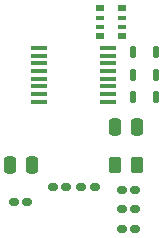
<source format=gbr>
%TF.GenerationSoftware,KiCad,Pcbnew,(6.0.5-0)*%
%TF.CreationDate,2022-12-27T15:40:18-08:00*%
%TF.ProjectId,talonsrx-enc-aeat-6600,74616c6f-6e73-4727-982d-656e632d6165,rev?*%
%TF.SameCoordinates,PX9157080PY6d01460*%
%TF.FileFunction,Paste,Bot*%
%TF.FilePolarity,Positive*%
%FSLAX46Y46*%
G04 Gerber Fmt 4.6, Leading zero omitted, Abs format (unit mm)*
G04 Created by KiCad (PCBNEW (6.0.5-0)) date 2022-12-27 15:40:18*
%MOMM*%
%LPD*%
G01*
G04 APERTURE LIST*
G04 Aperture macros list*
%AMRoundRect*
0 Rectangle with rounded corners*
0 $1 Rounding radius*
0 $2 $3 $4 $5 $6 $7 $8 $9 X,Y pos of 4 corners*
0 Add a 4 corners polygon primitive as box body*
4,1,4,$2,$3,$4,$5,$6,$7,$8,$9,$2,$3,0*
0 Add four circle primitives for the rounded corners*
1,1,$1+$1,$2,$3*
1,1,$1+$1,$4,$5*
1,1,$1+$1,$6,$7*
1,1,$1+$1,$8,$9*
0 Add four rect primitives between the rounded corners*
20,1,$1+$1,$2,$3,$4,$5,0*
20,1,$1+$1,$4,$5,$6,$7,0*
20,1,$1+$1,$6,$7,$8,$9,0*
20,1,$1+$1,$8,$9,$2,$3,0*%
G04 Aperture macros list end*
%ADD10RoundRect,0.160000X-0.222500X-0.160000X0.222500X-0.160000X0.222500X0.160000X-0.222500X0.160000X0*%
%ADD11RoundRect,0.160000X0.222500X0.160000X-0.222500X0.160000X-0.222500X-0.160000X0.222500X-0.160000X0*%
%ADD12RoundRect,0.250000X-0.250000X-0.475000X0.250000X-0.475000X0.250000X0.475000X-0.250000X0.475000X0*%
%ADD13R,1.475000X0.450000*%
%ADD14R,0.800000X0.500000*%
%ADD15R,0.800000X0.400000*%
%ADD16RoundRect,0.250000X0.250000X0.475000X-0.250000X0.475000X-0.250000X-0.475000X0.250000X-0.475000X0*%
%ADD17RoundRect,0.143750X-0.143750X-0.331250X0.143750X-0.331250X0.143750X0.331250X-0.143750X0.331250X0*%
%ADD18RoundRect,0.250000X-0.262500X-0.450000X0.262500X-0.450000X0.262500X0.450000X-0.262500X0.450000X0*%
G04 APERTURE END LIST*
D10*
%TO.C,D9*%
X13145500Y2540000D03*
X12000500Y2540000D03*
%TD*%
D11*
%TO.C,D8*%
X4001500Y4826000D03*
X2856500Y4826000D03*
%TD*%
D10*
%TO.C,D7*%
X12000500Y4191000D03*
X13145500Y4191000D03*
%TD*%
%TO.C,D6*%
X6158500Y6096000D03*
X7303500Y6096000D03*
%TD*%
D11*
%TO.C,D5*%
X9716500Y6096000D03*
X8571500Y6096000D03*
%TD*%
D10*
%TO.C,D4*%
X12000500Y5842000D03*
X13145500Y5842000D03*
%TD*%
D12*
%TO.C,C2*%
X11432500Y11112500D03*
X13332500Y11112500D03*
%TD*%
D13*
%TO.C,U1*%
X4999500Y17832500D03*
X4999500Y17182500D03*
X4999500Y16532500D03*
X4999500Y15882500D03*
X4999500Y15232500D03*
X4999500Y14582500D03*
X4999500Y13932500D03*
X4999500Y13282500D03*
X10875500Y13282500D03*
X10875500Y13932500D03*
X10875500Y14582500D03*
X10875500Y15232500D03*
X10875500Y15882500D03*
X10875500Y16532500D03*
X10875500Y17182500D03*
X10875500Y17832500D03*
%TD*%
D14*
%TO.C,RN1*%
X12012500Y21202500D03*
D15*
X12012500Y20402500D03*
X12012500Y19602500D03*
D14*
X12012500Y18802500D03*
X10212500Y18802500D03*
D15*
X10212500Y19602500D03*
X10212500Y20402500D03*
D14*
X10212500Y21202500D03*
%TD*%
D16*
%TO.C,C1*%
X2542500Y7937500D03*
X4442500Y7937500D03*
%TD*%
D17*
%TO.C,D3*%
X12982500Y15557500D03*
X14957500Y15557500D03*
%TD*%
%TO.C,D2*%
X12982500Y17462500D03*
X14957500Y17462500D03*
%TD*%
D18*
%TO.C,R3*%
X11470000Y7937500D03*
X13295000Y7937500D03*
%TD*%
D17*
%TO.C,D1*%
X12982500Y13652500D03*
X14957500Y13652500D03*
%TD*%
M02*

</source>
